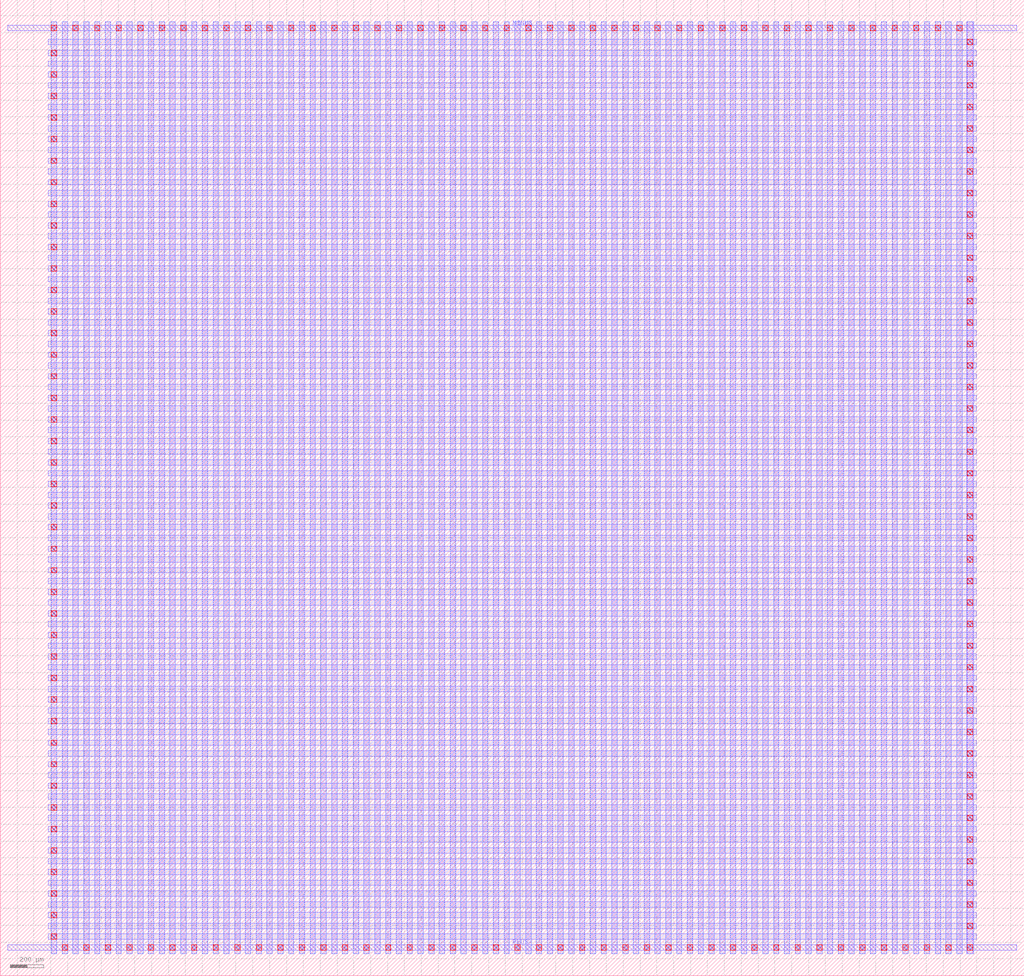
<source format=lef>
MACRO CAP_2T_57809468
  UNITS 
    DATABASE MICRONS UNITS 1000;
  END UNITS 
  ORIGIN 0 0 ;
  FOREIGN CAP_2T_57809468 0 0 ;
  SIZE 6080 BY 5796 ;
  PIN MINUS
    DIRECTION INOUT ;
    USE SIGNAL ;
    PORT
      LAYER M2 ;
        RECT 44 5612 6036 5644 ;
    END
  END MINUS
  PIN PLUS
    DIRECTION INOUT ;
    USE SIGNAL ;
    PORT
      LAYER M2 ;
        RECT 44 152 6036 184 ;
    END
  END PLUS
  OBS
    LAYER M1 ;
      RECT 304 132 336 5664 ;
    LAYER M1 ;
      RECT 368 132 400 5664 ;
    LAYER M1 ;
      RECT 432 132 464 5664 ;
    LAYER M1 ;
      RECT 496 132 528 5664 ;
    LAYER M1 ;
      RECT 560 132 592 5664 ;
    LAYER M1 ;
      RECT 624 132 656 5664 ;
    LAYER M1 ;
      RECT 688 132 720 5664 ;
    LAYER M1 ;
      RECT 752 132 784 5664 ;
    LAYER M1 ;
      RECT 816 132 848 5664 ;
    LAYER M1 ;
      RECT 880 132 912 5664 ;
    LAYER M1 ;
      RECT 944 132 976 5664 ;
    LAYER M1 ;
      RECT 1008 132 1040 5664 ;
    LAYER M1 ;
      RECT 1072 132 1104 5664 ;
    LAYER M1 ;
      RECT 1136 132 1168 5664 ;
    LAYER M1 ;
      RECT 1200 132 1232 5664 ;
    LAYER M1 ;
      RECT 1264 132 1296 5664 ;
    LAYER M1 ;
      RECT 1328 132 1360 5664 ;
    LAYER M1 ;
      RECT 1392 132 1424 5664 ;
    LAYER M1 ;
      RECT 1456 132 1488 5664 ;
    LAYER M1 ;
      RECT 1520 132 1552 5664 ;
    LAYER M1 ;
      RECT 1584 132 1616 5664 ;
    LAYER M1 ;
      RECT 1648 132 1680 5664 ;
    LAYER M1 ;
      RECT 1712 132 1744 5664 ;
    LAYER M1 ;
      RECT 1776 132 1808 5664 ;
    LAYER M1 ;
      RECT 1840 132 1872 5664 ;
    LAYER M1 ;
      RECT 1904 132 1936 5664 ;
    LAYER M1 ;
      RECT 1968 132 2000 5664 ;
    LAYER M1 ;
      RECT 2032 132 2064 5664 ;
    LAYER M1 ;
      RECT 2096 132 2128 5664 ;
    LAYER M1 ;
      RECT 2160 132 2192 5664 ;
    LAYER M1 ;
      RECT 2224 132 2256 5664 ;
    LAYER M1 ;
      RECT 2288 132 2320 5664 ;
    LAYER M1 ;
      RECT 2352 132 2384 5664 ;
    LAYER M1 ;
      RECT 2416 132 2448 5664 ;
    LAYER M1 ;
      RECT 2480 132 2512 5664 ;
    LAYER M1 ;
      RECT 2544 132 2576 5664 ;
    LAYER M1 ;
      RECT 2608 132 2640 5664 ;
    LAYER M1 ;
      RECT 2672 132 2704 5664 ;
    LAYER M1 ;
      RECT 2736 132 2768 5664 ;
    LAYER M1 ;
      RECT 2800 132 2832 5664 ;
    LAYER M1 ;
      RECT 2864 132 2896 5664 ;
    LAYER M1 ;
      RECT 2928 132 2960 5664 ;
    LAYER M1 ;
      RECT 2992 132 3024 5664 ;
    LAYER M1 ;
      RECT 3056 132 3088 5664 ;
    LAYER M1 ;
      RECT 3120 132 3152 5664 ;
    LAYER M1 ;
      RECT 3184 132 3216 5664 ;
    LAYER M1 ;
      RECT 3248 132 3280 5664 ;
    LAYER M1 ;
      RECT 3312 132 3344 5664 ;
    LAYER M1 ;
      RECT 3376 132 3408 5664 ;
    LAYER M1 ;
      RECT 3440 132 3472 5664 ;
    LAYER M1 ;
      RECT 3504 132 3536 5664 ;
    LAYER M1 ;
      RECT 3568 132 3600 5664 ;
    LAYER M1 ;
      RECT 3632 132 3664 5664 ;
    LAYER M1 ;
      RECT 3696 132 3728 5664 ;
    LAYER M1 ;
      RECT 3760 132 3792 5664 ;
    LAYER M1 ;
      RECT 3824 132 3856 5664 ;
    LAYER M1 ;
      RECT 3888 132 3920 5664 ;
    LAYER M1 ;
      RECT 3952 132 3984 5664 ;
    LAYER M1 ;
      RECT 4016 132 4048 5664 ;
    LAYER M1 ;
      RECT 4080 132 4112 5664 ;
    LAYER M1 ;
      RECT 4144 132 4176 5664 ;
    LAYER M1 ;
      RECT 4208 132 4240 5664 ;
    LAYER M1 ;
      RECT 4272 132 4304 5664 ;
    LAYER M1 ;
      RECT 4336 132 4368 5664 ;
    LAYER M1 ;
      RECT 4400 132 4432 5664 ;
    LAYER M1 ;
      RECT 4464 132 4496 5664 ;
    LAYER M1 ;
      RECT 4528 132 4560 5664 ;
    LAYER M1 ;
      RECT 4592 132 4624 5664 ;
    LAYER M1 ;
      RECT 4656 132 4688 5664 ;
    LAYER M1 ;
      RECT 4720 132 4752 5664 ;
    LAYER M1 ;
      RECT 4784 132 4816 5664 ;
    LAYER M1 ;
      RECT 4848 132 4880 5664 ;
    LAYER M1 ;
      RECT 4912 132 4944 5664 ;
    LAYER M1 ;
      RECT 4976 132 5008 5664 ;
    LAYER M1 ;
      RECT 5040 132 5072 5664 ;
    LAYER M1 ;
      RECT 5104 132 5136 5664 ;
    LAYER M1 ;
      RECT 5168 132 5200 5664 ;
    LAYER M1 ;
      RECT 5232 132 5264 5664 ;
    LAYER M1 ;
      RECT 5296 132 5328 5664 ;
    LAYER M1 ;
      RECT 5360 132 5392 5664 ;
    LAYER M1 ;
      RECT 5424 132 5456 5664 ;
    LAYER M1 ;
      RECT 5488 132 5520 5664 ;
    LAYER M1 ;
      RECT 5552 132 5584 5664 ;
    LAYER M1 ;
      RECT 5616 132 5648 5664 ;
    LAYER M1 ;
      RECT 5680 132 5712 5664 ;
    LAYER M1 ;
      RECT 5744 132 5776 5664 ;
    LAYER M2 ;
      RECT 284 216 5796 248 ;
    LAYER M2 ;
      RECT 284 280 5796 312 ;
    LAYER M2 ;
      RECT 284 344 5796 376 ;
    LAYER M2 ;
      RECT 284 408 5796 440 ;
    LAYER M2 ;
      RECT 284 472 5796 504 ;
    LAYER M2 ;
      RECT 284 536 5796 568 ;
    LAYER M2 ;
      RECT 284 600 5796 632 ;
    LAYER M2 ;
      RECT 284 664 5796 696 ;
    LAYER M2 ;
      RECT 284 728 5796 760 ;
    LAYER M2 ;
      RECT 284 792 5796 824 ;
    LAYER M2 ;
      RECT 284 856 5796 888 ;
    LAYER M2 ;
      RECT 284 920 5796 952 ;
    LAYER M2 ;
      RECT 284 984 5796 1016 ;
    LAYER M2 ;
      RECT 284 1048 5796 1080 ;
    LAYER M2 ;
      RECT 284 1112 5796 1144 ;
    LAYER M2 ;
      RECT 284 1176 5796 1208 ;
    LAYER M2 ;
      RECT 284 1240 5796 1272 ;
    LAYER M2 ;
      RECT 284 1304 5796 1336 ;
    LAYER M2 ;
      RECT 284 1368 5796 1400 ;
    LAYER M2 ;
      RECT 284 1432 5796 1464 ;
    LAYER M2 ;
      RECT 284 1496 5796 1528 ;
    LAYER M2 ;
      RECT 284 1560 5796 1592 ;
    LAYER M2 ;
      RECT 284 1624 5796 1656 ;
    LAYER M2 ;
      RECT 284 1688 5796 1720 ;
    LAYER M2 ;
      RECT 284 1752 5796 1784 ;
    LAYER M2 ;
      RECT 284 1816 5796 1848 ;
    LAYER M2 ;
      RECT 284 1880 5796 1912 ;
    LAYER M2 ;
      RECT 284 1944 5796 1976 ;
    LAYER M2 ;
      RECT 284 2008 5796 2040 ;
    LAYER M2 ;
      RECT 284 2072 5796 2104 ;
    LAYER M2 ;
      RECT 284 2136 5796 2168 ;
    LAYER M2 ;
      RECT 284 2200 5796 2232 ;
    LAYER M2 ;
      RECT 284 2264 5796 2296 ;
    LAYER M2 ;
      RECT 284 2328 5796 2360 ;
    LAYER M2 ;
      RECT 284 2392 5796 2424 ;
    LAYER M2 ;
      RECT 284 2456 5796 2488 ;
    LAYER M2 ;
      RECT 284 2520 5796 2552 ;
    LAYER M2 ;
      RECT 284 2584 5796 2616 ;
    LAYER M2 ;
      RECT 284 2648 5796 2680 ;
    LAYER M2 ;
      RECT 284 2712 5796 2744 ;
    LAYER M2 ;
      RECT 284 2776 5796 2808 ;
    LAYER M2 ;
      RECT 284 2840 5796 2872 ;
    LAYER M2 ;
      RECT 284 2904 5796 2936 ;
    LAYER M2 ;
      RECT 284 2968 5796 3000 ;
    LAYER M2 ;
      RECT 284 3032 5796 3064 ;
    LAYER M2 ;
      RECT 284 3096 5796 3128 ;
    LAYER M2 ;
      RECT 284 3160 5796 3192 ;
    LAYER M2 ;
      RECT 284 3224 5796 3256 ;
    LAYER M2 ;
      RECT 284 3288 5796 3320 ;
    LAYER M2 ;
      RECT 284 3352 5796 3384 ;
    LAYER M2 ;
      RECT 284 3416 5796 3448 ;
    LAYER M2 ;
      RECT 284 3480 5796 3512 ;
    LAYER M2 ;
      RECT 284 3544 5796 3576 ;
    LAYER M2 ;
      RECT 284 3608 5796 3640 ;
    LAYER M2 ;
      RECT 284 3672 5796 3704 ;
    LAYER M2 ;
      RECT 284 3736 5796 3768 ;
    LAYER M2 ;
      RECT 284 3800 5796 3832 ;
    LAYER M2 ;
      RECT 284 3864 5796 3896 ;
    LAYER M2 ;
      RECT 284 3928 5796 3960 ;
    LAYER M2 ;
      RECT 284 3992 5796 4024 ;
    LAYER M2 ;
      RECT 284 4056 5796 4088 ;
    LAYER M2 ;
      RECT 284 4120 5796 4152 ;
    LAYER M2 ;
      RECT 284 4184 5796 4216 ;
    LAYER M2 ;
      RECT 284 4248 5796 4280 ;
    LAYER M2 ;
      RECT 284 4312 5796 4344 ;
    LAYER M2 ;
      RECT 284 4376 5796 4408 ;
    LAYER M2 ;
      RECT 284 4440 5796 4472 ;
    LAYER M2 ;
      RECT 284 4504 5796 4536 ;
    LAYER M2 ;
      RECT 284 4568 5796 4600 ;
    LAYER M2 ;
      RECT 284 4632 5796 4664 ;
    LAYER M2 ;
      RECT 284 4696 5796 4728 ;
    LAYER M2 ;
      RECT 284 4760 5796 4792 ;
    LAYER M2 ;
      RECT 284 4824 5796 4856 ;
    LAYER M2 ;
      RECT 284 4888 5796 4920 ;
    LAYER M2 ;
      RECT 284 4952 5796 4984 ;
    LAYER M2 ;
      RECT 284 5016 5796 5048 ;
    LAYER M2 ;
      RECT 284 5080 5796 5112 ;
    LAYER M2 ;
      RECT 284 5144 5796 5176 ;
    LAYER M2 ;
      RECT 284 5208 5796 5240 ;
    LAYER M2 ;
      RECT 284 5272 5796 5304 ;
    LAYER M2 ;
      RECT 284 5336 5796 5368 ;
    LAYER M2 ;
      RECT 284 5400 5796 5432 ;
    LAYER M2 ;
      RECT 284 5464 5796 5496 ;
    LAYER M2 ;
      RECT 284 5528 5796 5560 ;
    LAYER V1 ;
      RECT 304 216 336 248 ;
    LAYER V1 ;
      RECT 304 344 336 376 ;
    LAYER V1 ;
      RECT 304 472 336 504 ;
    LAYER V1 ;
      RECT 304 600 336 632 ;
    LAYER V1 ;
      RECT 304 728 336 760 ;
    LAYER V1 ;
      RECT 304 856 336 888 ;
    LAYER V1 ;
      RECT 304 984 336 1016 ;
    LAYER V1 ;
      RECT 304 1112 336 1144 ;
    LAYER V1 ;
      RECT 304 1240 336 1272 ;
    LAYER V1 ;
      RECT 304 1368 336 1400 ;
    LAYER V1 ;
      RECT 304 1496 336 1528 ;
    LAYER V1 ;
      RECT 304 1624 336 1656 ;
    LAYER V1 ;
      RECT 304 1752 336 1784 ;
    LAYER V1 ;
      RECT 304 1880 336 1912 ;
    LAYER V1 ;
      RECT 304 2008 336 2040 ;
    LAYER V1 ;
      RECT 304 2136 336 2168 ;
    LAYER V1 ;
      RECT 304 2264 336 2296 ;
    LAYER V1 ;
      RECT 304 2392 336 2424 ;
    LAYER V1 ;
      RECT 304 2520 336 2552 ;
    LAYER V1 ;
      RECT 304 2648 336 2680 ;
    LAYER V1 ;
      RECT 304 2776 336 2808 ;
    LAYER V1 ;
      RECT 304 2904 336 2936 ;
    LAYER V1 ;
      RECT 304 3032 336 3064 ;
    LAYER V1 ;
      RECT 304 3160 336 3192 ;
    LAYER V1 ;
      RECT 304 3288 336 3320 ;
    LAYER V1 ;
      RECT 304 3416 336 3448 ;
    LAYER V1 ;
      RECT 304 3544 336 3576 ;
    LAYER V1 ;
      RECT 304 3672 336 3704 ;
    LAYER V1 ;
      RECT 304 3800 336 3832 ;
    LAYER V1 ;
      RECT 304 3928 336 3960 ;
    LAYER V1 ;
      RECT 304 4056 336 4088 ;
    LAYER V1 ;
      RECT 304 4184 336 4216 ;
    LAYER V1 ;
      RECT 304 4312 336 4344 ;
    LAYER V1 ;
      RECT 304 4440 336 4472 ;
    LAYER V1 ;
      RECT 304 4568 336 4600 ;
    LAYER V1 ;
      RECT 304 4696 336 4728 ;
    LAYER V1 ;
      RECT 304 4824 336 4856 ;
    LAYER V1 ;
      RECT 304 4952 336 4984 ;
    LAYER V1 ;
      RECT 304 5080 336 5112 ;
    LAYER V1 ;
      RECT 304 5208 336 5240 ;
    LAYER V1 ;
      RECT 304 5336 336 5368 ;
    LAYER V1 ;
      RECT 304 5464 336 5496 ;
    LAYER V1 ;
      RECT 304 5612 336 5644 ;
    LAYER V1 ;
      RECT 368 152 400 184 ;
    LAYER V1 ;
      RECT 432 5612 464 5644 ;
    LAYER V1 ;
      RECT 496 152 528 184 ;
    LAYER V1 ;
      RECT 560 5612 592 5644 ;
    LAYER V1 ;
      RECT 624 152 656 184 ;
    LAYER V1 ;
      RECT 688 5612 720 5644 ;
    LAYER V1 ;
      RECT 752 152 784 184 ;
    LAYER V1 ;
      RECT 816 5612 848 5644 ;
    LAYER V1 ;
      RECT 880 152 912 184 ;
    LAYER V1 ;
      RECT 944 5612 976 5644 ;
    LAYER V1 ;
      RECT 1008 152 1040 184 ;
    LAYER V1 ;
      RECT 1072 5612 1104 5644 ;
    LAYER V1 ;
      RECT 1136 152 1168 184 ;
    LAYER V1 ;
      RECT 1200 5612 1232 5644 ;
    LAYER V1 ;
      RECT 1264 152 1296 184 ;
    LAYER V1 ;
      RECT 1328 5612 1360 5644 ;
    LAYER V1 ;
      RECT 1392 152 1424 184 ;
    LAYER V1 ;
      RECT 1456 5612 1488 5644 ;
    LAYER V1 ;
      RECT 1520 152 1552 184 ;
    LAYER V1 ;
      RECT 1584 5612 1616 5644 ;
    LAYER V1 ;
      RECT 1648 152 1680 184 ;
    LAYER V1 ;
      RECT 1712 5612 1744 5644 ;
    LAYER V1 ;
      RECT 1776 152 1808 184 ;
    LAYER V1 ;
      RECT 1840 5612 1872 5644 ;
    LAYER V1 ;
      RECT 1904 152 1936 184 ;
    LAYER V1 ;
      RECT 1968 5612 2000 5644 ;
    LAYER V1 ;
      RECT 2032 152 2064 184 ;
    LAYER V1 ;
      RECT 2096 5612 2128 5644 ;
    LAYER V1 ;
      RECT 2160 152 2192 184 ;
    LAYER V1 ;
      RECT 2224 5612 2256 5644 ;
    LAYER V1 ;
      RECT 2288 152 2320 184 ;
    LAYER V1 ;
      RECT 2352 5612 2384 5644 ;
    LAYER V1 ;
      RECT 2416 152 2448 184 ;
    LAYER V1 ;
      RECT 2480 5612 2512 5644 ;
    LAYER V1 ;
      RECT 2544 152 2576 184 ;
    LAYER V1 ;
      RECT 2608 5612 2640 5644 ;
    LAYER V1 ;
      RECT 2672 152 2704 184 ;
    LAYER V1 ;
      RECT 2736 5612 2768 5644 ;
    LAYER V1 ;
      RECT 2800 152 2832 184 ;
    LAYER V1 ;
      RECT 2864 5612 2896 5644 ;
    LAYER V1 ;
      RECT 2928 152 2960 184 ;
    LAYER V1 ;
      RECT 2992 5612 3024 5644 ;
    LAYER V1 ;
      RECT 3056 152 3088 184 ;
    LAYER V1 ;
      RECT 3120 5612 3152 5644 ;
    LAYER V1 ;
      RECT 3184 152 3216 184 ;
    LAYER V1 ;
      RECT 3248 5612 3280 5644 ;
    LAYER V1 ;
      RECT 3312 152 3344 184 ;
    LAYER V1 ;
      RECT 3376 5612 3408 5644 ;
    LAYER V1 ;
      RECT 3440 152 3472 184 ;
    LAYER V1 ;
      RECT 3504 5612 3536 5644 ;
    LAYER V1 ;
      RECT 3568 152 3600 184 ;
    LAYER V1 ;
      RECT 3632 5612 3664 5644 ;
    LAYER V1 ;
      RECT 3696 152 3728 184 ;
    LAYER V1 ;
      RECT 3760 5612 3792 5644 ;
    LAYER V1 ;
      RECT 3824 152 3856 184 ;
    LAYER V1 ;
      RECT 3888 5612 3920 5644 ;
    LAYER V1 ;
      RECT 3952 152 3984 184 ;
    LAYER V1 ;
      RECT 4016 5612 4048 5644 ;
    LAYER V1 ;
      RECT 4080 152 4112 184 ;
    LAYER V1 ;
      RECT 4144 5612 4176 5644 ;
    LAYER V1 ;
      RECT 4208 152 4240 184 ;
    LAYER V1 ;
      RECT 4272 5612 4304 5644 ;
    LAYER V1 ;
      RECT 4336 152 4368 184 ;
    LAYER V1 ;
      RECT 4400 5612 4432 5644 ;
    LAYER V1 ;
      RECT 4464 152 4496 184 ;
    LAYER V1 ;
      RECT 4528 5612 4560 5644 ;
    LAYER V1 ;
      RECT 4592 152 4624 184 ;
    LAYER V1 ;
      RECT 4656 5612 4688 5644 ;
    LAYER V1 ;
      RECT 4720 152 4752 184 ;
    LAYER V1 ;
      RECT 4784 5612 4816 5644 ;
    LAYER V1 ;
      RECT 4848 152 4880 184 ;
    LAYER V1 ;
      RECT 4912 5612 4944 5644 ;
    LAYER V1 ;
      RECT 4976 152 5008 184 ;
    LAYER V1 ;
      RECT 5040 5612 5072 5644 ;
    LAYER V1 ;
      RECT 5104 152 5136 184 ;
    LAYER V1 ;
      RECT 5168 5612 5200 5644 ;
    LAYER V1 ;
      RECT 5232 152 5264 184 ;
    LAYER V1 ;
      RECT 5296 5612 5328 5644 ;
    LAYER V1 ;
      RECT 5360 152 5392 184 ;
    LAYER V1 ;
      RECT 5424 5612 5456 5644 ;
    LAYER V1 ;
      RECT 5488 152 5520 184 ;
    LAYER V1 ;
      RECT 5552 5612 5584 5644 ;
    LAYER V1 ;
      RECT 5616 152 5648 184 ;
    LAYER V1 ;
      RECT 5680 5612 5712 5644 ;
    LAYER V1 ;
      RECT 5744 152 5776 184 ;
    LAYER V1 ;
      RECT 5744 280 5776 312 ;
    LAYER V1 ;
      RECT 5744 408 5776 440 ;
    LAYER V1 ;
      RECT 5744 536 5776 568 ;
    LAYER V1 ;
      RECT 5744 664 5776 696 ;
    LAYER V1 ;
      RECT 5744 792 5776 824 ;
    LAYER V1 ;
      RECT 5744 920 5776 952 ;
    LAYER V1 ;
      RECT 5744 1048 5776 1080 ;
    LAYER V1 ;
      RECT 5744 1176 5776 1208 ;
    LAYER V1 ;
      RECT 5744 1304 5776 1336 ;
    LAYER V1 ;
      RECT 5744 1432 5776 1464 ;
    LAYER V1 ;
      RECT 5744 1560 5776 1592 ;
    LAYER V1 ;
      RECT 5744 1688 5776 1720 ;
    LAYER V1 ;
      RECT 5744 1816 5776 1848 ;
    LAYER V1 ;
      RECT 5744 1944 5776 1976 ;
    LAYER V1 ;
      RECT 5744 2072 5776 2104 ;
    LAYER V1 ;
      RECT 5744 2200 5776 2232 ;
    LAYER V1 ;
      RECT 5744 2328 5776 2360 ;
    LAYER V1 ;
      RECT 5744 2456 5776 2488 ;
    LAYER V1 ;
      RECT 5744 2584 5776 2616 ;
    LAYER V1 ;
      RECT 5744 2712 5776 2744 ;
    LAYER V1 ;
      RECT 5744 2840 5776 2872 ;
    LAYER V1 ;
      RECT 5744 2968 5776 3000 ;
    LAYER V1 ;
      RECT 5744 3096 5776 3128 ;
    LAYER V1 ;
      RECT 5744 3224 5776 3256 ;
    LAYER V1 ;
      RECT 5744 3352 5776 3384 ;
    LAYER V1 ;
      RECT 5744 3480 5776 3512 ;
    LAYER V1 ;
      RECT 5744 3608 5776 3640 ;
    LAYER V1 ;
      RECT 5744 3736 5776 3768 ;
    LAYER V1 ;
      RECT 5744 3864 5776 3896 ;
    LAYER V1 ;
      RECT 5744 3992 5776 4024 ;
    LAYER V1 ;
      RECT 5744 4120 5776 4152 ;
    LAYER V1 ;
      RECT 5744 4248 5776 4280 ;
    LAYER V1 ;
      RECT 5744 4376 5776 4408 ;
    LAYER V1 ;
      RECT 5744 4504 5776 4536 ;
    LAYER V1 ;
      RECT 5744 4632 5776 4664 ;
    LAYER V1 ;
      RECT 5744 4760 5776 4792 ;
    LAYER V1 ;
      RECT 5744 4888 5776 4920 ;
    LAYER V1 ;
      RECT 5744 5016 5776 5048 ;
    LAYER V1 ;
      RECT 5744 5144 5776 5176 ;
    LAYER V1 ;
      RECT 5744 5272 5776 5304 ;
    LAYER V1 ;
      RECT 5744 5400 5776 5432 ;
    LAYER V1 ;
      RECT 5744 5528 5776 5560 ;
    LAYER M3 ;
      RECT 304 132 336 5664 ;
    LAYER M3 ;
      RECT 368 132 400 5664 ;
    LAYER M3 ;
      RECT 432 132 464 5664 ;
    LAYER M3 ;
      RECT 496 132 528 5664 ;
    LAYER M3 ;
      RECT 560 132 592 5664 ;
    LAYER M3 ;
      RECT 624 132 656 5664 ;
    LAYER M3 ;
      RECT 688 132 720 5664 ;
    LAYER M3 ;
      RECT 752 132 784 5664 ;
    LAYER M3 ;
      RECT 816 132 848 5664 ;
    LAYER M3 ;
      RECT 880 132 912 5664 ;
    LAYER M3 ;
      RECT 944 132 976 5664 ;
    LAYER M3 ;
      RECT 1008 132 1040 5664 ;
    LAYER M3 ;
      RECT 1072 132 1104 5664 ;
    LAYER M3 ;
      RECT 1136 132 1168 5664 ;
    LAYER M3 ;
      RECT 1200 132 1232 5664 ;
    LAYER M3 ;
      RECT 1264 132 1296 5664 ;
    LAYER M3 ;
      RECT 1328 132 1360 5664 ;
    LAYER M3 ;
      RECT 1392 132 1424 5664 ;
    LAYER M3 ;
      RECT 1456 132 1488 5664 ;
    LAYER M3 ;
      RECT 1520 132 1552 5664 ;
    LAYER M3 ;
      RECT 1584 132 1616 5664 ;
    LAYER M3 ;
      RECT 1648 132 1680 5664 ;
    LAYER M3 ;
      RECT 1712 132 1744 5664 ;
    LAYER M3 ;
      RECT 1776 132 1808 5664 ;
    LAYER M3 ;
      RECT 1840 132 1872 5664 ;
    LAYER M3 ;
      RECT 1904 132 1936 5664 ;
    LAYER M3 ;
      RECT 1968 132 2000 5664 ;
    LAYER M3 ;
      RECT 2032 132 2064 5664 ;
    LAYER M3 ;
      RECT 2096 132 2128 5664 ;
    LAYER M3 ;
      RECT 2160 132 2192 5664 ;
    LAYER M3 ;
      RECT 2224 132 2256 5664 ;
    LAYER M3 ;
      RECT 2288 132 2320 5664 ;
    LAYER M3 ;
      RECT 2352 132 2384 5664 ;
    LAYER M3 ;
      RECT 2416 132 2448 5664 ;
    LAYER M3 ;
      RECT 2480 132 2512 5664 ;
    LAYER M3 ;
      RECT 2544 132 2576 5664 ;
    LAYER M3 ;
      RECT 2608 132 2640 5664 ;
    LAYER M3 ;
      RECT 2672 132 2704 5664 ;
    LAYER M3 ;
      RECT 2736 132 2768 5664 ;
    LAYER M3 ;
      RECT 2800 132 2832 5664 ;
    LAYER M3 ;
      RECT 2864 132 2896 5664 ;
    LAYER M3 ;
      RECT 2928 132 2960 5664 ;
    LAYER M3 ;
      RECT 2992 132 3024 5664 ;
    LAYER M3 ;
      RECT 3056 132 3088 5664 ;
    LAYER M3 ;
      RECT 3120 132 3152 5664 ;
    LAYER M3 ;
      RECT 3184 132 3216 5664 ;
    LAYER M3 ;
      RECT 3248 132 3280 5664 ;
    LAYER M3 ;
      RECT 3312 132 3344 5664 ;
    LAYER M3 ;
      RECT 3376 132 3408 5664 ;
    LAYER M3 ;
      RECT 3440 132 3472 5664 ;
    LAYER M3 ;
      RECT 3504 132 3536 5664 ;
    LAYER M3 ;
      RECT 3568 132 3600 5664 ;
    LAYER M3 ;
      RECT 3632 132 3664 5664 ;
    LAYER M3 ;
      RECT 3696 132 3728 5664 ;
    LAYER M3 ;
      RECT 3760 132 3792 5664 ;
    LAYER M3 ;
      RECT 3824 132 3856 5664 ;
    LAYER M3 ;
      RECT 3888 132 3920 5664 ;
    LAYER M3 ;
      RECT 3952 132 3984 5664 ;
    LAYER M3 ;
      RECT 4016 132 4048 5664 ;
    LAYER M3 ;
      RECT 4080 132 4112 5664 ;
    LAYER M3 ;
      RECT 4144 132 4176 5664 ;
    LAYER M3 ;
      RECT 4208 132 4240 5664 ;
    LAYER M3 ;
      RECT 4272 132 4304 5664 ;
    LAYER M3 ;
      RECT 4336 132 4368 5664 ;
    LAYER M3 ;
      RECT 4400 132 4432 5664 ;
    LAYER M3 ;
      RECT 4464 132 4496 5664 ;
    LAYER M3 ;
      RECT 4528 132 4560 5664 ;
    LAYER M3 ;
      RECT 4592 132 4624 5664 ;
    LAYER M3 ;
      RECT 4656 132 4688 5664 ;
    LAYER M3 ;
      RECT 4720 132 4752 5664 ;
    LAYER M3 ;
      RECT 4784 132 4816 5664 ;
    LAYER M3 ;
      RECT 4848 132 4880 5664 ;
    LAYER M3 ;
      RECT 4912 132 4944 5664 ;
    LAYER M3 ;
      RECT 4976 132 5008 5664 ;
    LAYER M3 ;
      RECT 5040 132 5072 5664 ;
    LAYER M3 ;
      RECT 5104 132 5136 5664 ;
    LAYER M3 ;
      RECT 5168 132 5200 5664 ;
    LAYER M3 ;
      RECT 5232 132 5264 5664 ;
    LAYER M3 ;
      RECT 5296 132 5328 5664 ;
    LAYER M3 ;
      RECT 5360 132 5392 5664 ;
    LAYER M3 ;
      RECT 5424 132 5456 5664 ;
    LAYER M3 ;
      RECT 5488 132 5520 5664 ;
    LAYER M3 ;
      RECT 5552 132 5584 5664 ;
    LAYER M3 ;
      RECT 5616 132 5648 5664 ;
    LAYER M3 ;
      RECT 5680 132 5712 5664 ;
    LAYER M3 ;
      RECT 5740 132 5780 5664 ;
    LAYER V2 ;
      RECT 304 216 336 248 ;
    LAYER V2 ;
      RECT 304 344 336 376 ;
    LAYER V2 ;
      RECT 304 472 336 504 ;
    LAYER V2 ;
      RECT 304 600 336 632 ;
    LAYER V2 ;
      RECT 304 728 336 760 ;
    LAYER V2 ;
      RECT 304 856 336 888 ;
    LAYER V2 ;
      RECT 304 984 336 1016 ;
    LAYER V2 ;
      RECT 304 1112 336 1144 ;
    LAYER V2 ;
      RECT 304 1240 336 1272 ;
    LAYER V2 ;
      RECT 304 1368 336 1400 ;
    LAYER V2 ;
      RECT 304 1496 336 1528 ;
    LAYER V2 ;
      RECT 304 1624 336 1656 ;
    LAYER V2 ;
      RECT 304 1752 336 1784 ;
    LAYER V2 ;
      RECT 304 1880 336 1912 ;
    LAYER V2 ;
      RECT 304 2008 336 2040 ;
    LAYER V2 ;
      RECT 304 2136 336 2168 ;
    LAYER V2 ;
      RECT 304 2264 336 2296 ;
    LAYER V2 ;
      RECT 304 2392 336 2424 ;
    LAYER V2 ;
      RECT 304 2520 336 2552 ;
    LAYER V2 ;
      RECT 304 2648 336 2680 ;
    LAYER V2 ;
      RECT 304 2776 336 2808 ;
    LAYER V2 ;
      RECT 304 2904 336 2936 ;
    LAYER V2 ;
      RECT 304 3032 336 3064 ;
    LAYER V2 ;
      RECT 304 3160 336 3192 ;
    LAYER V2 ;
      RECT 304 3288 336 3320 ;
    LAYER V2 ;
      RECT 304 3416 336 3448 ;
    LAYER V2 ;
      RECT 304 3544 336 3576 ;
    LAYER V2 ;
      RECT 304 3672 336 3704 ;
    LAYER V2 ;
      RECT 304 3800 336 3832 ;
    LAYER V2 ;
      RECT 304 3928 336 3960 ;
    LAYER V2 ;
      RECT 304 4056 336 4088 ;
    LAYER V2 ;
      RECT 304 4184 336 4216 ;
    LAYER V2 ;
      RECT 304 4312 336 4344 ;
    LAYER V2 ;
      RECT 304 4440 336 4472 ;
    LAYER V2 ;
      RECT 304 4568 336 4600 ;
    LAYER V2 ;
      RECT 304 4696 336 4728 ;
    LAYER V2 ;
      RECT 304 4824 336 4856 ;
    LAYER V2 ;
      RECT 304 4952 336 4984 ;
    LAYER V2 ;
      RECT 304 5080 336 5112 ;
    LAYER V2 ;
      RECT 304 5208 336 5240 ;
    LAYER V2 ;
      RECT 304 5336 336 5368 ;
    LAYER V2 ;
      RECT 304 5464 336 5496 ;
    LAYER V2 ;
      RECT 304 5612 336 5644 ;
    LAYER V2 ;
      RECT 368 152 400 184 ;
    LAYER V2 ;
      RECT 432 5612 464 5644 ;
    LAYER V2 ;
      RECT 496 152 528 184 ;
    LAYER V2 ;
      RECT 560 5612 592 5644 ;
    LAYER V2 ;
      RECT 624 152 656 184 ;
    LAYER V2 ;
      RECT 688 5612 720 5644 ;
    LAYER V2 ;
      RECT 752 152 784 184 ;
    LAYER V2 ;
      RECT 816 5612 848 5644 ;
    LAYER V2 ;
      RECT 880 152 912 184 ;
    LAYER V2 ;
      RECT 944 5612 976 5644 ;
    LAYER V2 ;
      RECT 1008 152 1040 184 ;
    LAYER V2 ;
      RECT 1072 5612 1104 5644 ;
    LAYER V2 ;
      RECT 1136 152 1168 184 ;
    LAYER V2 ;
      RECT 1200 5612 1232 5644 ;
    LAYER V2 ;
      RECT 1264 152 1296 184 ;
    LAYER V2 ;
      RECT 1328 5612 1360 5644 ;
    LAYER V2 ;
      RECT 1392 152 1424 184 ;
    LAYER V2 ;
      RECT 1456 5612 1488 5644 ;
    LAYER V2 ;
      RECT 1520 152 1552 184 ;
    LAYER V2 ;
      RECT 1584 5612 1616 5644 ;
    LAYER V2 ;
      RECT 1648 152 1680 184 ;
    LAYER V2 ;
      RECT 1712 5612 1744 5644 ;
    LAYER V2 ;
      RECT 1776 152 1808 184 ;
    LAYER V2 ;
      RECT 1840 5612 1872 5644 ;
    LAYER V2 ;
      RECT 1904 152 1936 184 ;
    LAYER V2 ;
      RECT 1968 5612 2000 5644 ;
    LAYER V2 ;
      RECT 2032 152 2064 184 ;
    LAYER V2 ;
      RECT 2096 5612 2128 5644 ;
    LAYER V2 ;
      RECT 2160 152 2192 184 ;
    LAYER V2 ;
      RECT 2224 5612 2256 5644 ;
    LAYER V2 ;
      RECT 2288 152 2320 184 ;
    LAYER V2 ;
      RECT 2352 5612 2384 5644 ;
    LAYER V2 ;
      RECT 2416 152 2448 184 ;
    LAYER V2 ;
      RECT 2480 5612 2512 5644 ;
    LAYER V2 ;
      RECT 2544 152 2576 184 ;
    LAYER V2 ;
      RECT 2608 5612 2640 5644 ;
    LAYER V2 ;
      RECT 2672 152 2704 184 ;
    LAYER V2 ;
      RECT 2736 5612 2768 5644 ;
    LAYER V2 ;
      RECT 2800 152 2832 184 ;
    LAYER V2 ;
      RECT 2864 5612 2896 5644 ;
    LAYER V2 ;
      RECT 2928 152 2960 184 ;
    LAYER V2 ;
      RECT 2992 5612 3024 5644 ;
    LAYER V2 ;
      RECT 3056 152 3088 184 ;
    LAYER V2 ;
      RECT 3120 5612 3152 5644 ;
    LAYER V2 ;
      RECT 3184 152 3216 184 ;
    LAYER V2 ;
      RECT 3248 5612 3280 5644 ;
    LAYER V2 ;
      RECT 3312 152 3344 184 ;
    LAYER V2 ;
      RECT 3376 5612 3408 5644 ;
    LAYER V2 ;
      RECT 3440 152 3472 184 ;
    LAYER V2 ;
      RECT 3504 5612 3536 5644 ;
    LAYER V2 ;
      RECT 3568 152 3600 184 ;
    LAYER V2 ;
      RECT 3632 5612 3664 5644 ;
    LAYER V2 ;
      RECT 3696 152 3728 184 ;
    LAYER V2 ;
      RECT 3760 5612 3792 5644 ;
    LAYER V2 ;
      RECT 3824 152 3856 184 ;
    LAYER V2 ;
      RECT 3888 5612 3920 5644 ;
    LAYER V2 ;
      RECT 3952 152 3984 184 ;
    LAYER V2 ;
      RECT 4016 5612 4048 5644 ;
    LAYER V2 ;
      RECT 4080 152 4112 184 ;
    LAYER V2 ;
      RECT 4144 5612 4176 5644 ;
    LAYER V2 ;
      RECT 4208 152 4240 184 ;
    LAYER V2 ;
      RECT 4272 5612 4304 5644 ;
    LAYER V2 ;
      RECT 4336 152 4368 184 ;
    LAYER V2 ;
      RECT 4400 5612 4432 5644 ;
    LAYER V2 ;
      RECT 4464 152 4496 184 ;
    LAYER V2 ;
      RECT 4528 5612 4560 5644 ;
    LAYER V2 ;
      RECT 4592 152 4624 184 ;
    LAYER V2 ;
      RECT 4656 5612 4688 5644 ;
    LAYER V2 ;
      RECT 4720 152 4752 184 ;
    LAYER V2 ;
      RECT 4784 5612 4816 5644 ;
    LAYER V2 ;
      RECT 4848 152 4880 184 ;
    LAYER V2 ;
      RECT 4912 5612 4944 5644 ;
    LAYER V2 ;
      RECT 4976 152 5008 184 ;
    LAYER V2 ;
      RECT 5040 5612 5072 5644 ;
    LAYER V2 ;
      RECT 5104 152 5136 184 ;
    LAYER V2 ;
      RECT 5168 5612 5200 5644 ;
    LAYER V2 ;
      RECT 5232 152 5264 184 ;
    LAYER V2 ;
      RECT 5296 5612 5328 5644 ;
    LAYER V2 ;
      RECT 5360 152 5392 184 ;
    LAYER V2 ;
      RECT 5424 5612 5456 5644 ;
    LAYER V2 ;
      RECT 5488 152 5520 184 ;
    LAYER V2 ;
      RECT 5552 5612 5584 5644 ;
    LAYER V2 ;
      RECT 5616 152 5648 184 ;
    LAYER V2 ;
      RECT 5680 5612 5712 5644 ;
    LAYER V2 ;
      RECT 5744 152 5776 184 ;
    LAYER V2 ;
      RECT 5744 280 5776 312 ;
    LAYER V2 ;
      RECT 5744 408 5776 440 ;
    LAYER V2 ;
      RECT 5744 536 5776 568 ;
    LAYER V2 ;
      RECT 5744 664 5776 696 ;
    LAYER V2 ;
      RECT 5744 792 5776 824 ;
    LAYER V2 ;
      RECT 5744 920 5776 952 ;
    LAYER V2 ;
      RECT 5744 1048 5776 1080 ;
    LAYER V2 ;
      RECT 5744 1176 5776 1208 ;
    LAYER V2 ;
      RECT 5744 1304 5776 1336 ;
    LAYER V2 ;
      RECT 5744 1432 5776 1464 ;
    LAYER V2 ;
      RECT 5744 1560 5776 1592 ;
    LAYER V2 ;
      RECT 5744 1688 5776 1720 ;
    LAYER V2 ;
      RECT 5744 1816 5776 1848 ;
    LAYER V2 ;
      RECT 5744 1944 5776 1976 ;
    LAYER V2 ;
      RECT 5744 2072 5776 2104 ;
    LAYER V2 ;
      RECT 5744 2200 5776 2232 ;
    LAYER V2 ;
      RECT 5744 2328 5776 2360 ;
    LAYER V2 ;
      RECT 5744 2456 5776 2488 ;
    LAYER V2 ;
      RECT 5744 2584 5776 2616 ;
    LAYER V2 ;
      RECT 5744 2712 5776 2744 ;
    LAYER V2 ;
      RECT 5744 2840 5776 2872 ;
    LAYER V2 ;
      RECT 5744 2968 5776 3000 ;
    LAYER V2 ;
      RECT 5744 3096 5776 3128 ;
    LAYER V2 ;
      RECT 5744 3224 5776 3256 ;
    LAYER V2 ;
      RECT 5744 3352 5776 3384 ;
    LAYER V2 ;
      RECT 5744 3480 5776 3512 ;
    LAYER V2 ;
      RECT 5744 3608 5776 3640 ;
    LAYER V2 ;
      RECT 5744 3736 5776 3768 ;
    LAYER V2 ;
      RECT 5744 3864 5776 3896 ;
    LAYER V2 ;
      RECT 5744 3992 5776 4024 ;
    LAYER V2 ;
      RECT 5744 4120 5776 4152 ;
    LAYER V2 ;
      RECT 5744 4248 5776 4280 ;
    LAYER V2 ;
      RECT 5744 4376 5776 4408 ;
    LAYER V2 ;
      RECT 5744 4504 5776 4536 ;
    LAYER V2 ;
      RECT 5744 4632 5776 4664 ;
    LAYER V2 ;
      RECT 5744 4760 5776 4792 ;
    LAYER V2 ;
      RECT 5744 4888 5776 4920 ;
    LAYER V2 ;
      RECT 5744 5016 5776 5048 ;
    LAYER V2 ;
      RECT 5744 5144 5776 5176 ;
    LAYER V2 ;
      RECT 5744 5272 5776 5304 ;
    LAYER V2 ;
      RECT 5744 5400 5776 5432 ;
    LAYER V2 ;
      RECT 5744 5528 5776 5560 ;
  END
END CAP_2T_57809468

</source>
